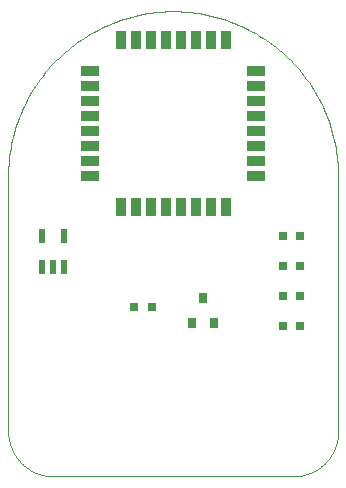
<source format=gtp>
G75*
%MOIN*%
%OFA0B0*%
%FSLAX25Y25*%
%IPPOS*%
%LPD*%
%AMOC8*
5,1,8,0,0,1.08239X$1,22.5*
%
%ADD10R,0.03150X0.03543*%
%ADD11C,0.00000*%
%ADD12R,0.05906X0.03543*%
%ADD13R,0.03543X0.05906*%
%ADD14R,0.02165X0.04724*%
%ADD15R,0.03150X0.03150*%
D10*
X0068060Y0070169D03*
X0071800Y0078437D03*
X0075540Y0070169D03*
D11*
X0101800Y0019006D02*
X0021800Y0019006D01*
X0021438Y0019010D01*
X0021075Y0019024D01*
X0020713Y0019045D01*
X0020352Y0019076D01*
X0019992Y0019115D01*
X0019633Y0019163D01*
X0019275Y0019220D01*
X0018918Y0019285D01*
X0018563Y0019359D01*
X0018210Y0019442D01*
X0017859Y0019533D01*
X0017511Y0019632D01*
X0017165Y0019740D01*
X0016821Y0019856D01*
X0016481Y0019981D01*
X0016144Y0020113D01*
X0015810Y0020254D01*
X0015479Y0020403D01*
X0015152Y0020560D01*
X0014829Y0020724D01*
X0014510Y0020896D01*
X0014196Y0021076D01*
X0013885Y0021264D01*
X0013580Y0021459D01*
X0013279Y0021661D01*
X0012983Y0021871D01*
X0012693Y0022087D01*
X0012407Y0022311D01*
X0012127Y0022541D01*
X0011853Y0022778D01*
X0011585Y0023022D01*
X0011322Y0023272D01*
X0011066Y0023528D01*
X0010816Y0023791D01*
X0010572Y0024059D01*
X0010335Y0024333D01*
X0010105Y0024613D01*
X0009881Y0024899D01*
X0009665Y0025189D01*
X0009455Y0025485D01*
X0009253Y0025786D01*
X0009058Y0026091D01*
X0008870Y0026402D01*
X0008690Y0026716D01*
X0008518Y0027035D01*
X0008354Y0027358D01*
X0008197Y0027685D01*
X0008048Y0028016D01*
X0007907Y0028350D01*
X0007775Y0028687D01*
X0007650Y0029027D01*
X0007534Y0029371D01*
X0007426Y0029717D01*
X0007327Y0030065D01*
X0007236Y0030416D01*
X0007153Y0030769D01*
X0007079Y0031124D01*
X0007014Y0031481D01*
X0006957Y0031839D01*
X0006909Y0032198D01*
X0006870Y0032558D01*
X0006839Y0032919D01*
X0006818Y0033281D01*
X0006804Y0033644D01*
X0006800Y0034006D01*
X0006800Y0119006D01*
X0006816Y0120345D01*
X0006865Y0121684D01*
X0006947Y0123021D01*
X0007061Y0124355D01*
X0007207Y0125687D01*
X0007386Y0127014D01*
X0007597Y0128337D01*
X0007841Y0129654D01*
X0008116Y0130965D01*
X0008423Y0132268D01*
X0008762Y0133564D01*
X0009132Y0134851D01*
X0009533Y0136129D01*
X0009966Y0137397D01*
X0010429Y0138654D01*
X0010923Y0139899D01*
X0011447Y0141132D01*
X0012000Y0142351D01*
X0012584Y0143557D01*
X0013196Y0144748D01*
X0013837Y0145924D01*
X0014507Y0147084D01*
X0015205Y0148227D01*
X0015930Y0149353D01*
X0016683Y0150461D01*
X0017462Y0151551D01*
X0018268Y0152621D01*
X0019099Y0153671D01*
X0019956Y0154700D01*
X0020838Y0155709D01*
X0021743Y0156695D01*
X0022673Y0157659D01*
X0023626Y0158601D01*
X0024601Y0159519D01*
X0025599Y0160412D01*
X0026618Y0161282D01*
X0027658Y0162126D01*
X0028718Y0162944D01*
X0029798Y0163737D01*
X0030896Y0164503D01*
X0032014Y0165242D01*
X0033148Y0165954D01*
X0034300Y0166637D01*
X0035468Y0167293D01*
X0036652Y0167920D01*
X0037850Y0168518D01*
X0039063Y0169086D01*
X0040289Y0169625D01*
X0041528Y0170134D01*
X0042779Y0170612D01*
X0044042Y0171060D01*
X0045314Y0171477D01*
X0046597Y0171863D01*
X0047889Y0172218D01*
X0049189Y0172541D01*
X0050496Y0172832D01*
X0051810Y0173091D01*
X0053130Y0173318D01*
X0054455Y0173513D01*
X0055785Y0173676D01*
X0057118Y0173806D01*
X0058453Y0173904D01*
X0059791Y0173969D01*
X0061130Y0174002D01*
X0062470Y0174002D01*
X0063809Y0173969D01*
X0065147Y0173904D01*
X0066482Y0173806D01*
X0067815Y0173676D01*
X0069145Y0173513D01*
X0070470Y0173318D01*
X0071790Y0173091D01*
X0073104Y0172832D01*
X0074411Y0172541D01*
X0075711Y0172218D01*
X0077003Y0171863D01*
X0078286Y0171477D01*
X0079558Y0171060D01*
X0080821Y0170612D01*
X0082072Y0170134D01*
X0083311Y0169625D01*
X0084537Y0169086D01*
X0085750Y0168518D01*
X0086948Y0167920D01*
X0088132Y0167293D01*
X0089300Y0166637D01*
X0090452Y0165954D01*
X0091586Y0165242D01*
X0092704Y0164503D01*
X0093802Y0163737D01*
X0094882Y0162944D01*
X0095942Y0162126D01*
X0096982Y0161282D01*
X0098001Y0160412D01*
X0098999Y0159519D01*
X0099974Y0158601D01*
X0100927Y0157659D01*
X0101857Y0156695D01*
X0102762Y0155709D01*
X0103644Y0154700D01*
X0104501Y0153671D01*
X0105332Y0152621D01*
X0106138Y0151551D01*
X0106917Y0150461D01*
X0107670Y0149353D01*
X0108395Y0148227D01*
X0109093Y0147084D01*
X0109763Y0145924D01*
X0110404Y0144748D01*
X0111016Y0143557D01*
X0111600Y0142351D01*
X0112153Y0141132D01*
X0112677Y0139899D01*
X0113171Y0138654D01*
X0113634Y0137397D01*
X0114067Y0136129D01*
X0114468Y0134851D01*
X0114838Y0133564D01*
X0115177Y0132268D01*
X0115484Y0130965D01*
X0115759Y0129654D01*
X0116003Y0128337D01*
X0116214Y0127014D01*
X0116393Y0125687D01*
X0116539Y0124355D01*
X0116653Y0123021D01*
X0116735Y0121684D01*
X0116784Y0120345D01*
X0116800Y0119006D01*
X0116800Y0034006D01*
X0116796Y0033644D01*
X0116782Y0033281D01*
X0116761Y0032919D01*
X0116730Y0032558D01*
X0116691Y0032198D01*
X0116643Y0031839D01*
X0116586Y0031481D01*
X0116521Y0031124D01*
X0116447Y0030769D01*
X0116364Y0030416D01*
X0116273Y0030065D01*
X0116174Y0029717D01*
X0116066Y0029371D01*
X0115950Y0029027D01*
X0115825Y0028687D01*
X0115693Y0028350D01*
X0115552Y0028016D01*
X0115403Y0027685D01*
X0115246Y0027358D01*
X0115082Y0027035D01*
X0114910Y0026716D01*
X0114730Y0026402D01*
X0114542Y0026091D01*
X0114347Y0025786D01*
X0114145Y0025485D01*
X0113935Y0025189D01*
X0113719Y0024899D01*
X0113495Y0024613D01*
X0113265Y0024333D01*
X0113028Y0024059D01*
X0112784Y0023791D01*
X0112534Y0023528D01*
X0112278Y0023272D01*
X0112015Y0023022D01*
X0111747Y0022778D01*
X0111473Y0022541D01*
X0111193Y0022311D01*
X0110907Y0022087D01*
X0110617Y0021871D01*
X0110321Y0021661D01*
X0110020Y0021459D01*
X0109715Y0021264D01*
X0109404Y0021076D01*
X0109090Y0020896D01*
X0108771Y0020724D01*
X0108448Y0020560D01*
X0108121Y0020403D01*
X0107790Y0020254D01*
X0107456Y0020113D01*
X0107119Y0019981D01*
X0106779Y0019856D01*
X0106435Y0019740D01*
X0106089Y0019632D01*
X0105741Y0019533D01*
X0105390Y0019442D01*
X0105037Y0019359D01*
X0104682Y0019285D01*
X0104325Y0019220D01*
X0103967Y0019163D01*
X0103608Y0019115D01*
X0103248Y0019076D01*
X0102887Y0019045D01*
X0102525Y0019024D01*
X0102162Y0019010D01*
X0101800Y0019006D01*
D12*
X0089280Y0119065D03*
X0089280Y0124065D03*
X0089280Y0129065D03*
X0089280Y0134065D03*
X0089280Y0139065D03*
X0089280Y0144065D03*
X0089280Y0149065D03*
X0089280Y0154065D03*
X0033926Y0154065D03*
X0033926Y0149065D03*
X0033926Y0144065D03*
X0033926Y0139065D03*
X0033926Y0134065D03*
X0033926Y0129065D03*
X0033926Y0124065D03*
X0033926Y0119065D03*
D13*
X0044241Y0108829D03*
X0049241Y0108829D03*
X0054241Y0108829D03*
X0059241Y0108829D03*
X0064241Y0108829D03*
X0069241Y0108829D03*
X0074241Y0108829D03*
X0079241Y0108829D03*
X0079241Y0164380D03*
X0074241Y0164380D03*
X0069241Y0164380D03*
X0064241Y0164380D03*
X0059241Y0164380D03*
X0054241Y0164380D03*
X0049241Y0164380D03*
X0044241Y0164380D03*
D14*
X0025540Y0099124D03*
X0025540Y0088888D03*
X0021800Y0088888D03*
X0018060Y0088888D03*
X0018060Y0099124D03*
D15*
X0048847Y0075506D03*
X0054753Y0075506D03*
X0098247Y0079006D03*
X0104153Y0079006D03*
X0104153Y0069006D03*
X0098247Y0069006D03*
X0098247Y0089006D03*
X0104153Y0089006D03*
X0104153Y0099006D03*
X0098247Y0099006D03*
M02*

</source>
